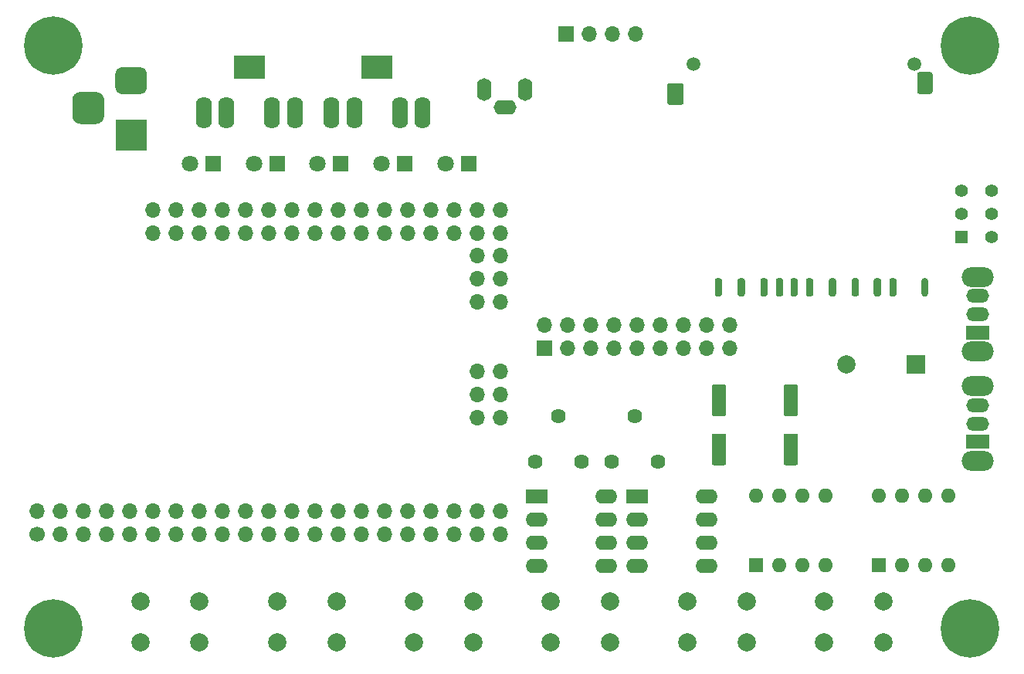
<source format=gts>
G04 #@! TF.GenerationSoftware,KiCad,Pcbnew,(5.1.6)-1*
G04 #@! TF.CreationDate,2021-01-09T08:19:16+02:00*
G04 #@! TF.ProjectId,MegaDuino_PM_1_3_Buzz,4d656761-4475-4696-9e6f-5f504d5f315f,rev?*
G04 #@! TF.SameCoordinates,Original*
G04 #@! TF.FileFunction,Soldermask,Top*
G04 #@! TF.FilePolarity,Negative*
%FSLAX46Y46*%
G04 Gerber Fmt 4.6, Leading zero omitted, Abs format (unit mm)*
G04 Created by KiCad (PCBNEW (5.1.6)-1) date 2021-01-09 08:19:16*
%MOMM*%
%LPD*%
G01*
G04 APERTURE LIST*
%ADD10O,3.500000X2.200000*%
%ADD11O,2.500000X1.500000*%
%ADD12R,2.500000X1.500000*%
%ADD13O,1.700000X1.700000*%
%ADD14C,1.700000*%
%ADD15C,1.800000*%
%ADD16R,1.800000X1.800000*%
%ADD17C,2.000000*%
%ADD18C,1.400000*%
%ADD19R,1.400000X1.400000*%
%ADD20O,1.600000X2.500000*%
%ADD21O,2.500000X1.600000*%
%ADD22R,1.700000X1.700000*%
%ADD23R,3.500000X2.500000*%
%ADD24O,1.750000X3.500000*%
%ADD25O,1.600000X1.600000*%
%ADD26R,1.600000X1.600000*%
%ADD27C,1.500000*%
%ADD28O,2.400000X1.600000*%
%ADD29R,2.400000X1.600000*%
%ADD30C,1.620000*%
%ADD31R,2.000000X2.000000*%
%ADD32C,0.800000*%
%ADD33C,6.400000*%
%ADD34R,3.500000X3.500000*%
G04 APERTURE END LIST*
D10*
X223800000Y-135400000D03*
X223800000Y-143600000D03*
D11*
X223800000Y-137500000D03*
X223800000Y-139500000D03*
D12*
X223800000Y-141500000D03*
D10*
X223800000Y-147400000D03*
X223800000Y-155600000D03*
D11*
X223800000Y-149500000D03*
X223800000Y-151500000D03*
D12*
X223800000Y-153500000D03*
D13*
X171475000Y-138155000D03*
X171475000Y-135615000D03*
X171475000Y-133075000D03*
X168935000Y-133075000D03*
X168935000Y-138155000D03*
X168935000Y-135615000D03*
X171500000Y-150880000D03*
X171500000Y-148340000D03*
X171500000Y-145800000D03*
X168960000Y-145800000D03*
X168960000Y-150880000D03*
X168960000Y-148340000D03*
X135940000Y-128045000D03*
X135940000Y-130585000D03*
X138480000Y-130585000D03*
X141020000Y-128045000D03*
X141020000Y-130585000D03*
X143560000Y-128045000D03*
X138480000Y-128045000D03*
X143560000Y-130585000D03*
X133400000Y-130585000D03*
X133400000Y-128045000D03*
X146100000Y-128045000D03*
X146100000Y-130585000D03*
X148640000Y-128045000D03*
X148640000Y-130585000D03*
X151180000Y-128045000D03*
X151180000Y-130585000D03*
X153720000Y-128045000D03*
X153720000Y-130585000D03*
X156260000Y-128045000D03*
X156260000Y-130585000D03*
X158800000Y-128045000D03*
X168960000Y-128045000D03*
X166420000Y-128045000D03*
X168960000Y-130585000D03*
X158800000Y-130585000D03*
X163880000Y-130585000D03*
X171500000Y-130585000D03*
X163880000Y-128045000D03*
X166420000Y-130585000D03*
X161340000Y-128045000D03*
X171500000Y-128045000D03*
X161340000Y-130585000D03*
X125780000Y-163600000D03*
X130860000Y-163600000D03*
X135940000Y-161060000D03*
X146100000Y-163600000D03*
X146100000Y-161060000D03*
X153720000Y-161060000D03*
X156260000Y-163600000D03*
X128320000Y-161060000D03*
X123240000Y-161060000D03*
X128320000Y-163600000D03*
X130860000Y-161060000D03*
X133400000Y-161060000D03*
X138480000Y-163600000D03*
X143560000Y-163600000D03*
X143560000Y-161060000D03*
X148640000Y-163600000D03*
D14*
X120700000Y-163600000D03*
D13*
X148640000Y-161060000D03*
X141020000Y-163600000D03*
X151180000Y-163600000D03*
X151180000Y-161060000D03*
X123240000Y-163600000D03*
X133400000Y-163600000D03*
X141020000Y-161060000D03*
X153720000Y-163600000D03*
X125780000Y-161060000D03*
X135940000Y-163600000D03*
X138480000Y-161060000D03*
X120700000Y-161060000D03*
X168960000Y-161060000D03*
X166420000Y-163600000D03*
X158800000Y-161060000D03*
X171500000Y-163600000D03*
X166420000Y-161060000D03*
X168960000Y-163600000D03*
X156260000Y-161060000D03*
X161340000Y-161060000D03*
X163880000Y-163600000D03*
X171500000Y-161060000D03*
X158800000Y-163600000D03*
X163880000Y-161060000D03*
X161340000Y-163600000D03*
D15*
X158460000Y-123000000D03*
D16*
X161000000Y-123000000D03*
D17*
X138500000Y-171000000D03*
X138500000Y-175500000D03*
X132000000Y-171000000D03*
X132000000Y-175500000D03*
D18*
X225300000Y-126000000D03*
X225300000Y-128500000D03*
X225300000Y-131000000D03*
X222000000Y-126000000D03*
X222000000Y-128500000D03*
D19*
X222000000Y-131000000D03*
D17*
X213500000Y-171000000D03*
X213500000Y-175500000D03*
X207000000Y-171000000D03*
X207000000Y-175500000D03*
X198500000Y-171000000D03*
X198500000Y-175500000D03*
X192000000Y-171000000D03*
X192000000Y-175500000D03*
X183500000Y-171000000D03*
X183500000Y-175500000D03*
X177000000Y-171000000D03*
X177000000Y-175500000D03*
X168500000Y-171000000D03*
X168500000Y-175500000D03*
X162000000Y-171000000D03*
X162000000Y-175500000D03*
X153500000Y-171000000D03*
X153500000Y-175500000D03*
X147000000Y-171000000D03*
X147000000Y-175500000D03*
D20*
X169712000Y-114830000D03*
X174212000Y-114830000D03*
D21*
X171962000Y-116830000D03*
D15*
X165460000Y-123000000D03*
D16*
X168000000Y-123000000D03*
D15*
X151460000Y-123000000D03*
D16*
X154000000Y-123000000D03*
D13*
X196596000Y-140716000D03*
X196596000Y-143256000D03*
X194056000Y-140716000D03*
X194056000Y-143256000D03*
X191516000Y-140716000D03*
X191516000Y-143256000D03*
X188976000Y-140716000D03*
X188976000Y-143256000D03*
X186436000Y-140716000D03*
X186436000Y-143256000D03*
X183896000Y-140716000D03*
X183896000Y-143256000D03*
X181356000Y-140716000D03*
X181356000Y-143256000D03*
X178816000Y-140716000D03*
X178816000Y-143256000D03*
X176276000Y-140716000D03*
D22*
X176276000Y-143256000D03*
D23*
X157950000Y-112398000D03*
D24*
X162950000Y-117404000D03*
X160450000Y-117404000D03*
X152950000Y-117404000D03*
X155450000Y-117404000D03*
D13*
X183756000Y-108756000D03*
D22*
X178676000Y-108756000D03*
D13*
X186296000Y-108756000D03*
X181216000Y-108756000D03*
D23*
X143950000Y-112398000D03*
D24*
X148950000Y-117404000D03*
X146450000Y-117404000D03*
X138950000Y-117404000D03*
X141450000Y-117404000D03*
D25*
X213000000Y-159380000D03*
X220620000Y-167000000D03*
X215540000Y-159380000D03*
X218080000Y-167000000D03*
X218080000Y-159380000D03*
X215540000Y-167000000D03*
X220620000Y-159380000D03*
D26*
X213000000Y-167000000D03*
G36*
G01*
X196003000Y-150688000D02*
X194903000Y-150688000D01*
G75*
G02*
X194653000Y-150438000I0J250000D01*
G01*
X194653000Y-147438000D01*
G75*
G02*
X194903000Y-147188000I250000J0D01*
G01*
X196003000Y-147188000D01*
G75*
G02*
X196253000Y-147438000I0J-250000D01*
G01*
X196253000Y-150438000D01*
G75*
G02*
X196003000Y-150688000I-250000J0D01*
G01*
G37*
G36*
G01*
X196003000Y-156088000D02*
X194903000Y-156088000D01*
G75*
G02*
X194653000Y-155838000I0J250000D01*
G01*
X194653000Y-152838000D01*
G75*
G02*
X194903000Y-152588000I250000J0D01*
G01*
X196003000Y-152588000D01*
G75*
G02*
X196253000Y-152838000I0J-250000D01*
G01*
X196253000Y-155838000D01*
G75*
G02*
X196003000Y-156088000I-250000J0D01*
G01*
G37*
G36*
G01*
X203877000Y-150688000D02*
X202777000Y-150688000D01*
G75*
G02*
X202527000Y-150438000I0J250000D01*
G01*
X202527000Y-147438000D01*
G75*
G02*
X202777000Y-147188000I250000J0D01*
G01*
X203877000Y-147188000D01*
G75*
G02*
X204127000Y-147438000I0J-250000D01*
G01*
X204127000Y-150438000D01*
G75*
G02*
X203877000Y-150688000I-250000J0D01*
G01*
G37*
G36*
G01*
X203877000Y-156088000D02*
X202777000Y-156088000D01*
G75*
G02*
X202527000Y-155838000I0J250000D01*
G01*
X202527000Y-152838000D01*
G75*
G02*
X202777000Y-152588000I250000J0D01*
G01*
X203877000Y-152588000D01*
G75*
G02*
X204127000Y-152838000I0J-250000D01*
G01*
X204127000Y-155838000D01*
G75*
G02*
X203877000Y-156088000I-250000J0D01*
G01*
G37*
G36*
G01*
X189774000Y-116307800D02*
X189774000Y-114408200D01*
G75*
G02*
X190024200Y-114158000I250200J0D01*
G01*
X191323800Y-114158000D01*
G75*
G02*
X191574000Y-114408200I0J-250200D01*
G01*
X191574000Y-116307800D01*
G75*
G02*
X191323800Y-116558000I-250200J0D01*
G01*
X190024200Y-116558000D01*
G75*
G02*
X189774000Y-116307800I0J250200D01*
G01*
G37*
G36*
G01*
X217174000Y-115108100D02*
X217174000Y-113207900D01*
G75*
G02*
X217423900Y-112958000I249900J0D01*
G01*
X218624100Y-112958000D01*
G75*
G02*
X218874000Y-113207900I0J-249900D01*
G01*
X218874000Y-115108100D01*
G75*
G02*
X218624100Y-115358000I-249900J0D01*
G01*
X217423900Y-115358000D01*
G75*
G02*
X217174000Y-115108100I0J249900D01*
G01*
G37*
D27*
X192674000Y-112058000D03*
X216874000Y-112058000D03*
G36*
G01*
X217664000Y-137308100D02*
X217664000Y-135807900D01*
G75*
G02*
X217913900Y-135558000I249900J0D01*
G01*
X218114100Y-135558000D01*
G75*
G02*
X218364000Y-135807900I0J-249900D01*
G01*
X218364000Y-137308100D01*
G75*
G02*
X218114100Y-137558000I-249900J0D01*
G01*
X217913900Y-137558000D01*
G75*
G02*
X217664000Y-137308100I0J249900D01*
G01*
G37*
G36*
G01*
X214124000Y-137307600D02*
X214124000Y-135808400D01*
G75*
G02*
X214374400Y-135558000I250400J0D01*
G01*
X214673600Y-135558000D01*
G75*
G02*
X214924000Y-135808400I0J-250400D01*
G01*
X214924000Y-137307600D01*
G75*
G02*
X214673600Y-137558000I-250400J0D01*
G01*
X214374400Y-137558000D01*
G75*
G02*
X214124000Y-137307600I0J250400D01*
G01*
G37*
G36*
G01*
X212424000Y-137307600D02*
X212424000Y-135808400D01*
G75*
G02*
X212674400Y-135558000I250400J0D01*
G01*
X212973600Y-135558000D01*
G75*
G02*
X213224000Y-135808400I0J-250400D01*
G01*
X213224000Y-137307600D01*
G75*
G02*
X212973600Y-137558000I-250400J0D01*
G01*
X212674400Y-137558000D01*
G75*
G02*
X212424000Y-137307600I0J250400D01*
G01*
G37*
G36*
G01*
X209994000Y-137307600D02*
X209994000Y-135808400D01*
G75*
G02*
X210244400Y-135558000I250400J0D01*
G01*
X210543600Y-135558000D01*
G75*
G02*
X210794000Y-135808400I0J-250400D01*
G01*
X210794000Y-137307600D01*
G75*
G02*
X210543600Y-137558000I-250400J0D01*
G01*
X210244400Y-137558000D01*
G75*
G02*
X209994000Y-137307600I0J250400D01*
G01*
G37*
G36*
G01*
X207494000Y-137307600D02*
X207494000Y-135808400D01*
G75*
G02*
X207744400Y-135558000I250400J0D01*
G01*
X208043600Y-135558000D01*
G75*
G02*
X208294000Y-135808400I0J-250400D01*
G01*
X208294000Y-137307600D01*
G75*
G02*
X208043600Y-137558000I-250400J0D01*
G01*
X207744400Y-137558000D01*
G75*
G02*
X207494000Y-137307600I0J250400D01*
G01*
G37*
G36*
G01*
X204994000Y-137307600D02*
X204994000Y-135808400D01*
G75*
G02*
X205244400Y-135558000I250400J0D01*
G01*
X205543600Y-135558000D01*
G75*
G02*
X205794000Y-135808400I0J-250400D01*
G01*
X205794000Y-137307600D01*
G75*
G02*
X205543600Y-137558000I-250400J0D01*
G01*
X205244400Y-137558000D01*
G75*
G02*
X204994000Y-137307600I0J250400D01*
G01*
G37*
G36*
G01*
X203294000Y-137307600D02*
X203294000Y-135808400D01*
G75*
G02*
X203544400Y-135558000I250400J0D01*
G01*
X203843600Y-135558000D01*
G75*
G02*
X204094000Y-135808400I0J-250400D01*
G01*
X204094000Y-137307600D01*
G75*
G02*
X203843600Y-137558000I-250400J0D01*
G01*
X203544400Y-137558000D01*
G75*
G02*
X203294000Y-137307600I0J250400D01*
G01*
G37*
G36*
G01*
X201694000Y-137307600D02*
X201694000Y-135808400D01*
G75*
G02*
X201944400Y-135558000I250400J0D01*
G01*
X202243600Y-135558000D01*
G75*
G02*
X202494000Y-135808400I0J-250400D01*
G01*
X202494000Y-137307600D01*
G75*
G02*
X202243600Y-137558000I-250400J0D01*
G01*
X201944400Y-137558000D01*
G75*
G02*
X201694000Y-137307600I0J250400D01*
G01*
G37*
G36*
G01*
X199994000Y-137307600D02*
X199994000Y-135808400D01*
G75*
G02*
X200244400Y-135558000I250400J0D01*
G01*
X200543600Y-135558000D01*
G75*
G02*
X200794000Y-135808400I0J-250400D01*
G01*
X200794000Y-137307600D01*
G75*
G02*
X200543600Y-137558000I-250400J0D01*
G01*
X200244400Y-137558000D01*
G75*
G02*
X199994000Y-137307600I0J250400D01*
G01*
G37*
G36*
G01*
X197494000Y-137307600D02*
X197494000Y-135808400D01*
G75*
G02*
X197744400Y-135558000I250400J0D01*
G01*
X198043600Y-135558000D01*
G75*
G02*
X198294000Y-135808400I0J-250400D01*
G01*
X198294000Y-137307600D01*
G75*
G02*
X198043600Y-137558000I-250400J0D01*
G01*
X197744400Y-137558000D01*
G75*
G02*
X197494000Y-137307600I0J250400D01*
G01*
G37*
G36*
G01*
X194994000Y-137307600D02*
X194994000Y-135808400D01*
G75*
G02*
X195244400Y-135558000I250400J0D01*
G01*
X195543600Y-135558000D01*
G75*
G02*
X195794000Y-135808400I0J-250400D01*
G01*
X195794000Y-137307600D01*
G75*
G02*
X195543600Y-137558000I-250400J0D01*
G01*
X195244400Y-137558000D01*
G75*
G02*
X194994000Y-137307600I0J250400D01*
G01*
G37*
D28*
X183120000Y-159500000D03*
X175500000Y-167120000D03*
X183120000Y-162040000D03*
X175500000Y-164580000D03*
X183120000Y-164580000D03*
X175500000Y-162040000D03*
X183120000Y-167120000D03*
D29*
X175500000Y-159500000D03*
D30*
X180340000Y-155702000D03*
X177840000Y-150702000D03*
X175340000Y-155702000D03*
D17*
X209400000Y-145000000D03*
D31*
X217000000Y-145000000D03*
D32*
X224697056Y-108302944D03*
X223000000Y-107600000D03*
X221302944Y-108302944D03*
X220600000Y-110000000D03*
X221302944Y-111697056D03*
X223000000Y-112400000D03*
X224697056Y-111697056D03*
X225400000Y-110000000D03*
D33*
X223000000Y-110000000D03*
D32*
X124197056Y-108302944D03*
X122500000Y-107600000D03*
X120802944Y-108302944D03*
X120100000Y-110000000D03*
X120802944Y-111697056D03*
X122500000Y-112400000D03*
X124197056Y-111697056D03*
X124900000Y-110000000D03*
D33*
X122500000Y-110000000D03*
D32*
X224697056Y-172302944D03*
X223000000Y-171600000D03*
X221302944Y-172302944D03*
X220600000Y-174000000D03*
X221302944Y-175697056D03*
X223000000Y-176400000D03*
X224697056Y-175697056D03*
X225400000Y-174000000D03*
D33*
X223000000Y-174000000D03*
D32*
X124197056Y-172302944D03*
X122500000Y-171600000D03*
X120802944Y-172302944D03*
X120100000Y-174000000D03*
X120802944Y-175697056D03*
X122500000Y-176400000D03*
X124197056Y-175697056D03*
X124900000Y-174000000D03*
D33*
X122500000Y-174000000D03*
D28*
X194120000Y-159500000D03*
X186500000Y-167120000D03*
X194120000Y-162040000D03*
X186500000Y-164580000D03*
X194120000Y-164580000D03*
X186500000Y-162040000D03*
X194120000Y-167120000D03*
D29*
X186500000Y-159500000D03*
D25*
X199500000Y-159380000D03*
X207120000Y-167000000D03*
X202040000Y-159380000D03*
X204580000Y-167000000D03*
X204580000Y-159380000D03*
X202040000Y-167000000D03*
X207120000Y-159380000D03*
D26*
X199500000Y-167000000D03*
D30*
X188722000Y-155702000D03*
X186222000Y-150702000D03*
X183722000Y-155702000D03*
G36*
G01*
X125425000Y-115138000D02*
X127175000Y-115138000D01*
G75*
G02*
X128050000Y-116013000I0J-875000D01*
G01*
X128050000Y-117763000D01*
G75*
G02*
X127175000Y-118638000I-875000J0D01*
G01*
X125425000Y-118638000D01*
G75*
G02*
X124550000Y-117763000I0J875000D01*
G01*
X124550000Y-116013000D01*
G75*
G02*
X125425000Y-115138000I875000J0D01*
G01*
G37*
G36*
G01*
X130000000Y-112388000D02*
X132000000Y-112388000D01*
G75*
G02*
X132750000Y-113138000I0J-750000D01*
G01*
X132750000Y-114638000D01*
G75*
G02*
X132000000Y-115388000I-750000J0D01*
G01*
X130000000Y-115388000D01*
G75*
G02*
X129250000Y-114638000I0J750000D01*
G01*
X129250000Y-113138000D01*
G75*
G02*
X130000000Y-112388000I750000J0D01*
G01*
G37*
D34*
X131000000Y-119888000D03*
D15*
X137460000Y-123000000D03*
D16*
X140000000Y-123000000D03*
D15*
X144460000Y-123000000D03*
D16*
X147000000Y-123000000D03*
M02*

</source>
